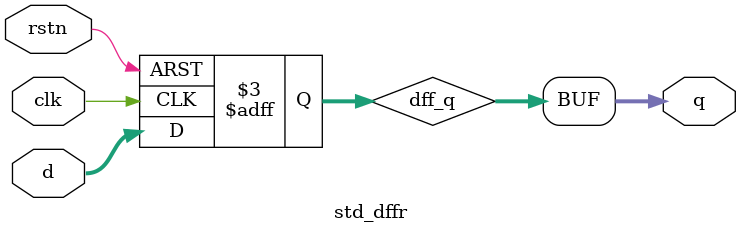
<source format=sv>

module std_dffr
#(
    parameter WIDTH = 8
)
(
    input                       clk,
    input                       rstn,
    input       [WIDTH-1:0]     d,
    output      [WIDTH-1:0]     q
);

logic    [WIDTH-1:0] dff_q;

always_ff @(posedge clk or negedge rstn) begin
    if(~rstn)begin
        dff_q <= {WIDTH{1'b0}};
    end
    else begin
        dff_q <= d;
    end
end

assign  q = dff_q;
endmodule

</source>
